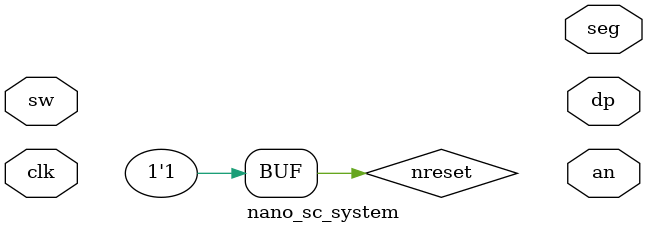
<source format=v>
`timescale 1ns / 1ps

module nano_sc_system(
    output wire [6:0] seg,
    output wire [3:0] an,
    output dp,
    input wire [11:0] sw,
    input wire clk
    );
    
    wire 	[31:0]	p_address;
    wire 	[31:0]	p_data;
    wire	[31:0]	d_address;
    wire	[31:0]	d_data;
    wire	mem_wr;
    reg		nreset=1;
    
    nanocpu	CPU(p_address,p_data,d_address,d_data,mem_wr,clk,nreset);
    rom 	PROGMEM(p_data,p_address[28:2]);
    memory 	DATAMEM(d_data,d_address[28:2],mem_wr,clk);
    
endmodule
</source>
